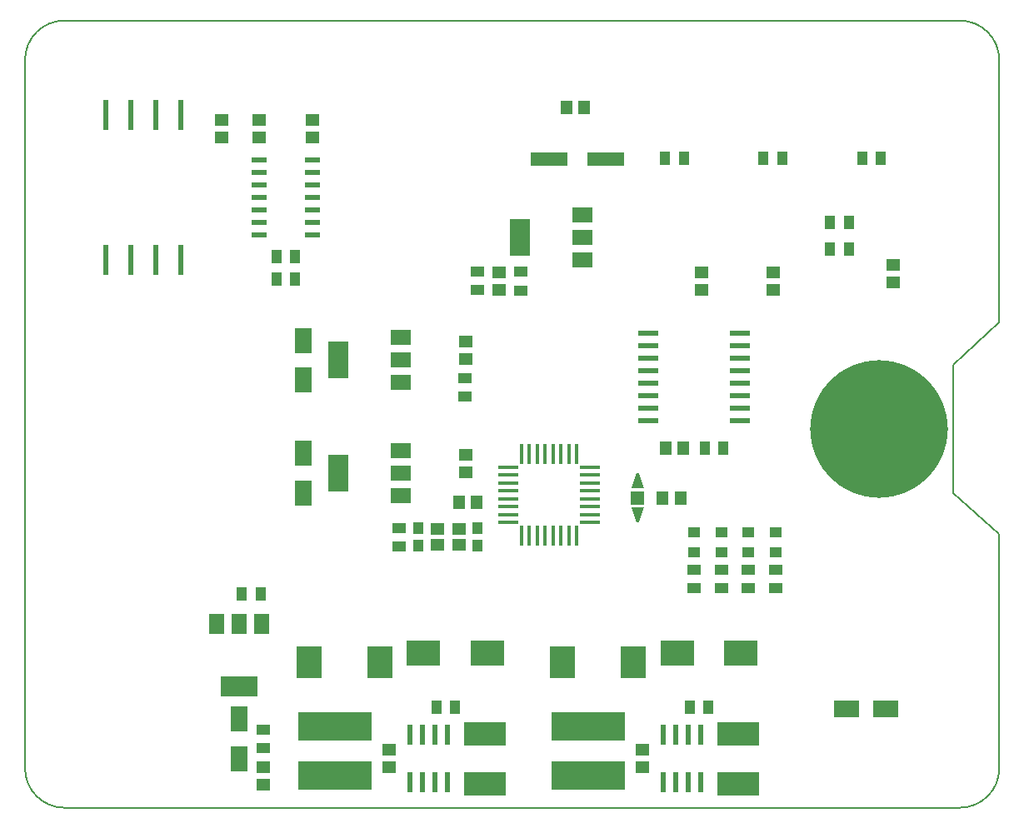
<source format=gtp>
G04 #@! TF.FileFunction,Paste,Top*
%FSLAX46Y46*%
G04 Gerber Fmt 4.6, Leading zero omitted, Abs format (unit mm)*
G04 Created by KiCad (PCBNEW 4.0.1-3.201512161002+6197~38~ubuntu15.04.1-stable) date Fri Dec 18 17:49:46 2015*
%MOMM*%
G01*
G04 APERTURE LIST*
%ADD10C,0.025400*%
%ADD11C,0.127000*%
%ADD12C,14.000000*%
%ADD13R,1.700000X2.500000*%
%ADD14R,2.500000X1.700000*%
%ADD15R,1.270000X1.016000*%
%ADD16R,1.400000X1.400000*%
%ADD17R,2.032000X3.810000*%
%ADD18R,2.032000X1.524000*%
%ADD19R,3.810000X2.032000*%
%ADD20R,1.524000X2.032000*%
%ADD21R,1.998980X0.599440*%
%ADD22R,1.998980X0.449580*%
%ADD23R,0.449580X1.998980*%
%ADD24R,1.400000X1.200000*%
%ADD25R,1.000000X1.450000*%
%ADD26R,1.450000X1.000000*%
%ADD27R,1.100000X1.150000*%
%ADD28R,0.609600X2.032000*%
%ADD29R,1.450000X1.150000*%
%ADD30R,1.150000X1.450000*%
%ADD31R,4.300000X2.400000*%
%ADD32R,3.500000X2.500000*%
%ADD33R,7.500000X3.000000*%
%ADD34R,1.549400X0.596900*%
%ADD35R,2.600000X3.200000*%
%ADD36R,3.800000X1.400000*%
%ADD37R,0.609600X3.048000*%
G04 APERTURE END LIST*
D10*
D11*
X4000000Y0D02*
X95000000Y0D01*
X99000000Y49300000D02*
X94300000Y45000000D01*
X99000000Y76000000D02*
X99000000Y49300000D01*
X94300000Y38500000D02*
X94300000Y45000000D01*
X94300000Y32000000D02*
X94300000Y38500000D01*
X99000000Y27800000D02*
X94300000Y32000000D01*
X99000000Y4000000D02*
X99000000Y27800000D01*
X0Y76000000D02*
X0Y4000000D01*
X95000000Y80000000D02*
X4000000Y80000000D01*
X99000000Y76000000D02*
G75*
G03X95000000Y80000000I-4000000J0D01*
G01*
X95000000Y0D02*
G75*
G03X99000000Y4000000I0J4000000D01*
G01*
X0Y4000000D02*
G75*
G03X4000000Y0I4000000J0D01*
G01*
X4000000Y80000000D02*
G75*
G03X0Y76000000I0J-4000000D01*
G01*
D12*
X86750000Y38500000D03*
D13*
X28250000Y47500000D03*
X28250000Y43500000D03*
X21750000Y5000000D03*
X21750000Y9000000D03*
D14*
X83500000Y10000000D03*
X87500000Y10000000D03*
D15*
X73500000Y25984000D03*
X73500000Y28016000D03*
X70750000Y25984000D03*
X70750000Y28016000D03*
X68000000Y25984000D03*
X68000000Y28016000D03*
X76250000Y25984000D03*
X76250000Y28016000D03*
D13*
X28250000Y36000000D03*
X28250000Y32000000D03*
D10*
G36*
X62123000Y33976500D02*
X62377000Y33976500D01*
X62885000Y32452500D01*
X61615000Y32452500D01*
X62123000Y33976500D01*
X62123000Y33976500D01*
G37*
G36*
X61615000Y30547500D02*
X62885000Y30547500D01*
X62377000Y29023500D01*
X62123000Y29023500D01*
X61615000Y30547500D01*
X61615000Y30547500D01*
G37*
D16*
X62250000Y31500000D03*
D17*
X31825000Y45500000D03*
D18*
X38175000Y45500000D03*
X38175000Y47786000D03*
X38175000Y43214000D03*
D17*
X50325000Y58000000D03*
D18*
X56675000Y58000000D03*
X56675000Y60286000D03*
X56675000Y55714000D03*
D17*
X31825000Y34000000D03*
D18*
X38175000Y34000000D03*
X38175000Y36286000D03*
X38175000Y31714000D03*
D19*
X21750000Y12325000D03*
D20*
X21750000Y18675000D03*
X19464000Y18675000D03*
X24036000Y18675000D03*
D21*
X72650740Y39305000D03*
X72650740Y40575000D03*
X72650740Y41845000D03*
X72650740Y43115000D03*
X72650740Y44385000D03*
X72650740Y45655000D03*
X72650740Y46925000D03*
X72650740Y48195000D03*
X63349260Y48195000D03*
X63349260Y46925000D03*
X63349260Y45655000D03*
X63349260Y44385000D03*
X63349260Y43115000D03*
X63349260Y41845000D03*
X63349260Y40575000D03*
X63349260Y39305000D03*
D22*
X49099640Y29000920D03*
X49099640Y29801020D03*
X49099640Y30601120D03*
X49099640Y31401220D03*
X49099640Y32198780D03*
X49099640Y32998880D03*
X49099640Y33798980D03*
X49099640Y34599080D03*
X57400360Y34599080D03*
X57400360Y29000920D03*
X57400360Y29801020D03*
X57400360Y30601120D03*
X57400360Y31401220D03*
X57400360Y32198780D03*
X57400360Y32998880D03*
X57400360Y33798980D03*
D23*
X50450920Y35950360D03*
X51251020Y35950360D03*
X52051120Y35950360D03*
X52851220Y35950360D03*
X53648780Y35950360D03*
X54448880Y35950360D03*
X55248980Y35950360D03*
X56049080Y35950360D03*
X50450920Y27649640D03*
X51251020Y27649640D03*
X52051120Y27649640D03*
X52851220Y27649640D03*
X53648780Y27649640D03*
X54448880Y27649640D03*
X55248980Y27649640D03*
X56049080Y27649640D03*
D24*
X44100000Y28300000D03*
X41900000Y26700000D03*
X44100000Y26700000D03*
X41900000Y28300000D03*
D25*
X76950000Y66000000D03*
X75050000Y66000000D03*
X86950000Y66000000D03*
X85050000Y66000000D03*
D26*
X76250000Y22300000D03*
X76250000Y24200000D03*
D25*
X70950000Y36500000D03*
X69050000Y36500000D03*
D26*
X68000000Y22300000D03*
X68000000Y24200000D03*
X70750000Y22300000D03*
X70750000Y24200000D03*
X73500000Y22300000D03*
X73500000Y24200000D03*
X24250000Y6050000D03*
X24250000Y7950000D03*
X45950000Y54500000D03*
X45950000Y52600000D03*
D25*
X25550000Y56000000D03*
X27450000Y56000000D03*
X83700000Y56750000D03*
X81800000Y56750000D03*
X83700000Y59500000D03*
X81800000Y59500000D03*
X66950000Y66000000D03*
X65050000Y66000000D03*
D27*
X40000000Y26600000D03*
X40000000Y28400000D03*
X46000000Y28400000D03*
X46000000Y26600000D03*
D25*
X69450000Y10250000D03*
X67550000Y10250000D03*
X43700000Y10250000D03*
X41800000Y10250000D03*
D28*
X39095000Y7413000D03*
X39095000Y2587000D03*
X40365000Y7413000D03*
X41635000Y7413000D03*
X42905000Y7413000D03*
X40365000Y2587000D03*
X41635000Y2587000D03*
X42905000Y2587000D03*
X64845000Y7413000D03*
X64845000Y2587000D03*
X66115000Y7413000D03*
X67385000Y7413000D03*
X68655000Y7413000D03*
X66115000Y2587000D03*
X67385000Y2587000D03*
X68655000Y2587000D03*
D29*
X37000000Y5900000D03*
X37000000Y4100000D03*
X62750000Y5900000D03*
X62750000Y4100000D03*
D30*
X64800000Y31500000D03*
X66600000Y31500000D03*
D29*
X88250000Y55150000D03*
X88250000Y53350000D03*
X29250000Y68100000D03*
X29250000Y69900000D03*
X23750000Y68100000D03*
X23750000Y69900000D03*
X76000000Y54400000D03*
X76000000Y52600000D03*
X20000000Y68100000D03*
X20000000Y69900000D03*
X68750000Y54400000D03*
X68750000Y52600000D03*
X44750000Y45600000D03*
X44750000Y47400000D03*
X24250000Y4150000D03*
X24250000Y2350000D03*
D30*
X56800000Y71200000D03*
X55000000Y71200000D03*
X66900000Y36500000D03*
X65100000Y36500000D03*
X45900000Y31000000D03*
X44100000Y31000000D03*
D29*
X48150000Y52600000D03*
X48150000Y54400000D03*
X44750000Y34100000D03*
X44750000Y35900000D03*
D31*
X46750000Y2460000D03*
X46750000Y7540000D03*
X72500000Y2460000D03*
X72500000Y7540000D03*
D32*
X40500000Y15750000D03*
X47000000Y15750000D03*
X66250000Y15750000D03*
X72750000Y15750000D03*
D33*
X31500000Y8250000D03*
X31500000Y3250000D03*
X57250000Y8250000D03*
X57250000Y3250000D03*
D25*
X25550000Y53700000D03*
X27450000Y53700000D03*
D26*
X44700000Y41750000D03*
X44700000Y43650000D03*
X38000000Y26550000D03*
X38000000Y28450000D03*
D25*
X22050000Y21700000D03*
X23950000Y21700000D03*
D26*
X50350000Y52550000D03*
X50350000Y54450000D03*
D34*
X23807600Y60730000D03*
X23807600Y59460000D03*
X23807600Y58190000D03*
X29192400Y60730000D03*
X23807600Y64540000D03*
X23807600Y63270000D03*
X23807600Y62000000D03*
X29192400Y63270000D03*
X29192400Y64540000D03*
X29192400Y65810000D03*
X29192400Y59460000D03*
X23807600Y65810000D03*
X29192400Y58190000D03*
X29192400Y62000000D03*
D35*
X36100000Y14800000D03*
X28900000Y14800000D03*
X61800000Y14800000D03*
X54600000Y14800000D03*
D36*
X59000000Y65900000D03*
X53250000Y65900000D03*
D37*
X15810000Y70366000D03*
X13270000Y70366000D03*
X10730000Y70366000D03*
X8190000Y70366000D03*
X8190000Y55634000D03*
X10730000Y55634000D03*
X13270000Y55634000D03*
X15810000Y55634000D03*
M02*

</source>
